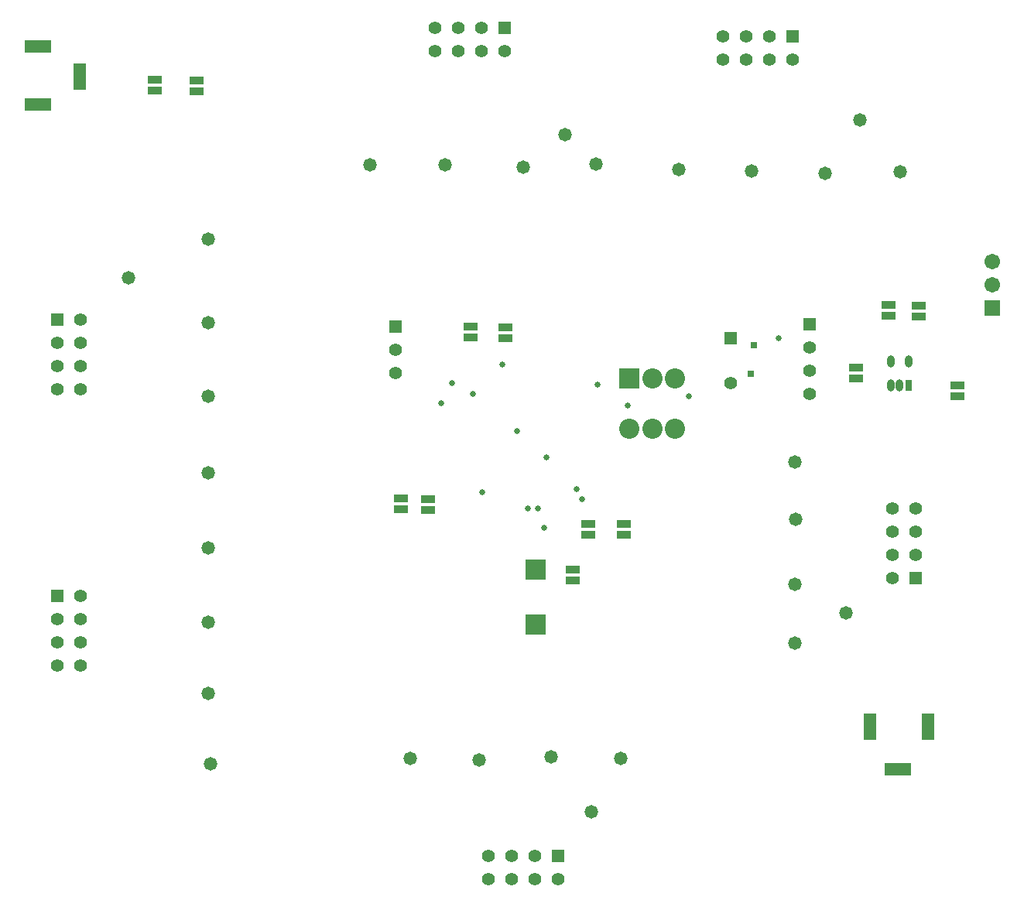
<source format=gbr>
%TF.GenerationSoftware,Altium Limited,Altium Designer,19.1.5 (86)*%
G04 Layer_Color=16711935*
%FSLAX45Y45*%
%MOMM*%
%TF.FileFunction,Soldermask,Bot*%
%TF.Part,Single*%
G01*
G75*
%TA.AperFunction,SMDPad,CuDef*%
%ADD10R,1.50320X0.90320*%
%ADD11R,2.20320X2.20320*%
%ADD12O,0.80320X1.30320*%
%ADD13R,0.80320X1.30320*%
%ADD14R,0.80320X0.70320*%
%TA.AperFunction,ComponentPad*%
%ADD15R,1.70320X1.70320*%
%ADD16C,1.70320*%
%ADD17C,2.20320*%
%ADD18R,2.20320X2.20320*%
%ADD19R,2.90320X1.40320*%
%ADD20R,1.40320X2.90320*%
%ADD21R,1.40320X1.40320*%
%ADD22C,1.40320*%
%ADD23R,1.40320X1.40320*%
%TA.AperFunction,ViaPad*%
%ADD24C,0.66040*%
%ADD25C,1.47320*%
D10*
X12953999Y5152700D02*
D03*
Y5032700D02*
D03*
X8839200Y10379400D02*
D03*
Y10499400D02*
D03*
X8382000Y10392100D02*
D03*
Y10512100D02*
D03*
X16408400Y7928300D02*
D03*
Y8048300D02*
D03*
X17157700Y7162800D02*
D03*
Y7042800D02*
D03*
X16052800Y7242500D02*
D03*
Y7362500D02*
D03*
X16738600Y8035600D02*
D03*
Y7915600D02*
D03*
X11366500Y5923900D02*
D03*
Y5803900D02*
D03*
X11074400Y5930900D02*
D03*
Y5810900D02*
D03*
X11836400Y7687000D02*
D03*
Y7807000D02*
D03*
X12217400Y7677800D02*
D03*
Y7797800D02*
D03*
X13119099Y5651500D02*
D03*
Y5531500D02*
D03*
X13512801Y5648000D02*
D03*
Y5528000D02*
D03*
D11*
X12547600Y4551400D02*
D03*
Y5151400D02*
D03*
D12*
X16434300Y7429500D02*
D03*
X16624300D02*
D03*
X16434300Y7169500D02*
D03*
X16529300D02*
D03*
D13*
X16624300D02*
D03*
D14*
X14935201Y7607300D02*
D03*
X14897099Y7289800D02*
D03*
D15*
X17538699Y8013700D02*
D03*
D16*
Y8267700D02*
D03*
Y8521700D02*
D03*
D17*
X14071600Y6689000D02*
D03*
X13821600D02*
D03*
X13571600D02*
D03*
X14071600Y7239000D02*
D03*
X13821600D02*
D03*
D18*
X13571600D02*
D03*
D19*
X7099300Y10870500D02*
D03*
Y10240500D02*
D03*
X16505200Y2969000D02*
D03*
D20*
X7559300Y10540500D02*
D03*
X16835201Y3429000D02*
D03*
X16205200D02*
D03*
D21*
X14681200Y7678200D02*
D03*
X15354300Y10985500D02*
D03*
X12788900Y2019300D02*
D03*
X12204700Y11074400D02*
D03*
D22*
X14681200Y7188200D02*
D03*
X14592300Y10731500D02*
D03*
X14846300D02*
D03*
X15100301D02*
D03*
X15354300D02*
D03*
X14592300Y10985500D02*
D03*
X14846300D02*
D03*
X15100301D02*
D03*
X15544800Y7073900D02*
D03*
Y7327900D02*
D03*
Y7581900D02*
D03*
X11010900Y7556500D02*
D03*
Y7302500D02*
D03*
X16446500Y5816600D02*
D03*
Y5562600D02*
D03*
Y5308600D02*
D03*
Y5054600D02*
D03*
X16700500Y5816600D02*
D03*
Y5562600D02*
D03*
Y5308600D02*
D03*
X12534900Y2019300D02*
D03*
X12280900D02*
D03*
X12026900D02*
D03*
X12788900Y1765300D02*
D03*
X12534900D02*
D03*
X12280900D02*
D03*
X12026900D02*
D03*
X7315200Y4610100D02*
D03*
Y4356100D02*
D03*
Y4102100D02*
D03*
X7569200Y4864100D02*
D03*
Y4610100D02*
D03*
Y4356100D02*
D03*
Y4102100D02*
D03*
X7315200Y7632700D02*
D03*
Y7378700D02*
D03*
Y7124700D02*
D03*
X7569200Y7886700D02*
D03*
Y7632700D02*
D03*
Y7378700D02*
D03*
Y7124700D02*
D03*
X11950700Y11074400D02*
D03*
X11696700D02*
D03*
X11442700D02*
D03*
X12204700Y10820400D02*
D03*
X11950700D02*
D03*
X11696700D02*
D03*
X11442700D02*
D03*
D23*
X15544800Y7835900D02*
D03*
X11010900Y7810500D02*
D03*
X16700500Y5054600D02*
D03*
X7315200Y4864100D02*
D03*
Y7886700D02*
D03*
D24*
X12642850Y5607050D02*
D03*
X13550900Y6946900D02*
D03*
X15201900Y7678200D02*
D03*
X14224001Y7048500D02*
D03*
X12344400Y6667500D02*
D03*
X16210201Y3530600D02*
D03*
X16197501Y3543300D02*
D03*
X12992101Y6032500D02*
D03*
X12661900Y6375400D02*
D03*
X12573000Y5816600D02*
D03*
X12465050Y5822950D02*
D03*
X13055600Y5918200D02*
D03*
X11633200Y7188200D02*
D03*
X11961745Y5996055D02*
D03*
X11861800Y7073900D02*
D03*
X12179300Y7391400D02*
D03*
X13220700Y7175500D02*
D03*
X11513123Y6969555D02*
D03*
D25*
X8966200Y6210300D02*
D03*
X13157201Y2501900D02*
D03*
X11176000Y3086100D02*
D03*
X11925300Y3066800D02*
D03*
X13474699Y3086100D02*
D03*
X12712700Y3098800D02*
D03*
X15938499Y4673600D02*
D03*
X15379700Y4343400D02*
D03*
Y4991100D02*
D03*
X15392400Y5702300D02*
D03*
X15379700Y6324600D02*
D03*
X16090900Y10071100D02*
D03*
X16535400Y9499600D02*
D03*
X15709900Y9482300D02*
D03*
X14909801Y9512300D02*
D03*
X14109700Y9525000D02*
D03*
X12865100Y9906000D02*
D03*
X13208000Y9588500D02*
D03*
X12407900Y9550400D02*
D03*
X11557000Y9575800D02*
D03*
X10731500D02*
D03*
X8991600Y3022600D02*
D03*
X8966200Y3797300D02*
D03*
Y4572000D02*
D03*
Y5384800D02*
D03*
Y7048500D02*
D03*
X8089900Y8343900D02*
D03*
X8966200Y7848600D02*
D03*
Y8763000D02*
D03*
%TF.MD5,3d16cb2c2a4f5f070cc43d54495e4538*%
M02*

</source>
